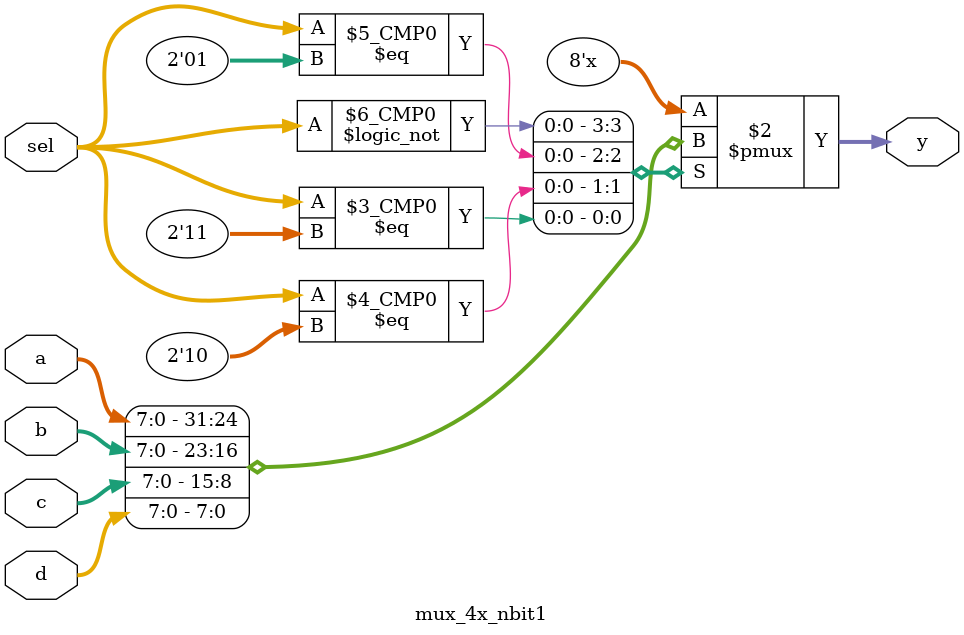
<source format=v>
module mux_4x_nbit1
    // Parameters section
  #( parameter BUS_WIDTH = 8)
    // Ports section
  (input [BUS_WIDTH-1:0] a,
   input [BUS_WIDTH-1:0] b,
   input [BUS_WIDTH-1:0] c,
   input [BUS_WIDTH-1:0] d,
   input [1:0] sel,
   output reg [BUS_WIDTH-1:0] y
  );
  
  always @(*) begin
    case (sel)
        2'd0 :  begin y = a; end
        2'd1 :  begin y = b; end
        2'd2 :  begin y = c; end
        2'd3 :  begin y = d; end
        default: begin y = a; end
    endcase
  end
  
endmodule

</source>
